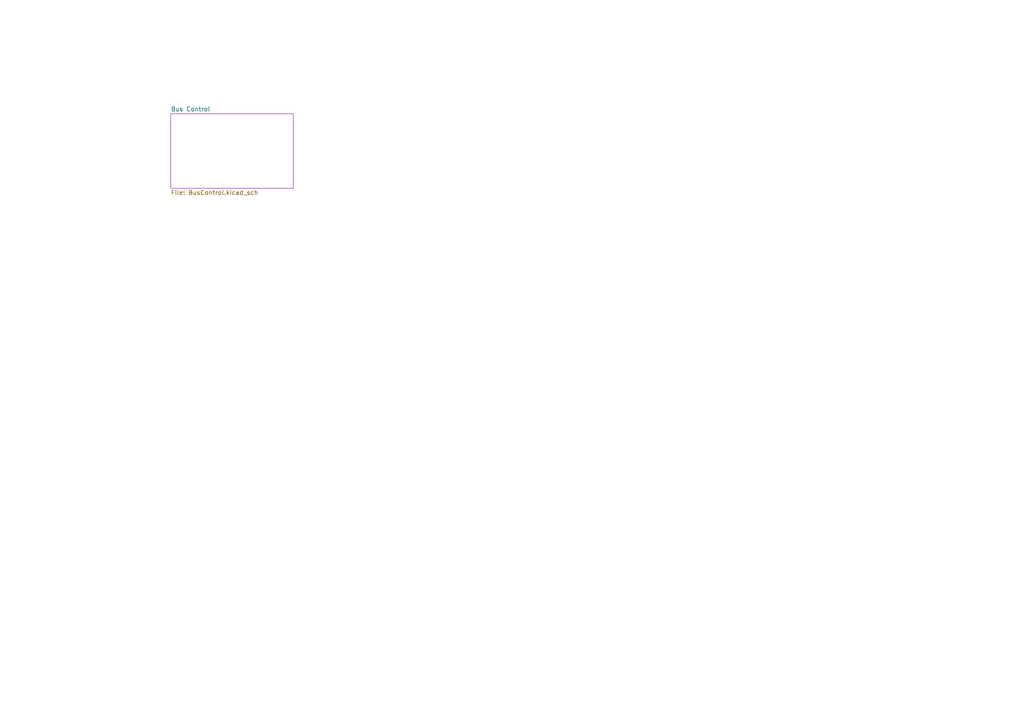
<source format=kicad_sch>
(kicad_sch (version 20200714) (host eeschema "(5.99.0-2358-g6d8fb94d8)")
  (page 1 2)
  (paper "A4")
  (lib_symbols)
  (sheet (at 49.53 33.02) (size 35.56 21.59) (stroke (width 0.001) (color 132 0 132 1)) (fill (color 255 255 255 0.0000))
    (property "Sheet name" "Bus Control" (at 49.53 32.3841 0) (effects (justify left bottom)))
    (property "Sheet file" "BusControl.kicad_sch" (at 49.53 55.1189 0) (effects (justify left top)))
  )
)
</source>
